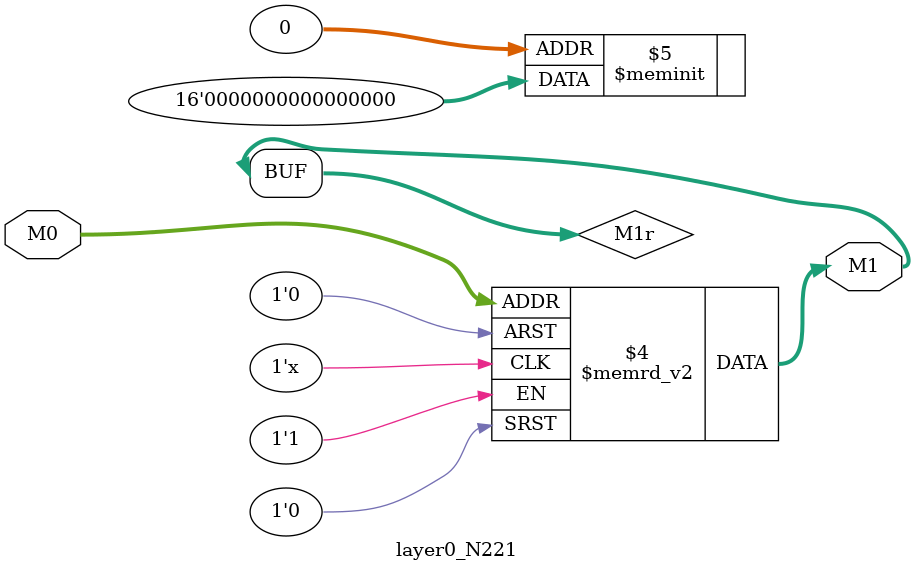
<source format=v>
module layer0_N221 ( input [2:0] M0, output [1:0] M1 );

	(*rom_style = "distributed" *) reg [1:0] M1r;
	assign M1 = M1r;
	always @ (M0) begin
		case (M0)
			3'b000: M1r = 2'b00;
			3'b100: M1r = 2'b00;
			3'b010: M1r = 2'b00;
			3'b110: M1r = 2'b00;
			3'b001: M1r = 2'b00;
			3'b101: M1r = 2'b00;
			3'b011: M1r = 2'b00;
			3'b111: M1r = 2'b00;

		endcase
	end
endmodule

</source>
